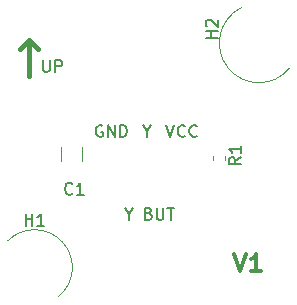
<source format=gto>
%TF.GenerationSoftware,KiCad,Pcbnew,(5.1.6)-1*%
%TF.CreationDate,2020-06-08T02:26:39-04:00*%
%TF.ProjectId,ANALOG_STICK_BREAKOUT,414e414c-4f47-45f5-9354-49434b5f4252,rev?*%
%TF.SameCoordinates,Original*%
%TF.FileFunction,Legend,Top*%
%TF.FilePolarity,Positive*%
%FSLAX46Y46*%
G04 Gerber Fmt 4.6, Leading zero omitted, Abs format (unit mm)*
G04 Created by KiCad (PCBNEW (5.1.6)-1) date 2020-06-08 02:26:39*
%MOMM*%
%LPD*%
G01*
G04 APERTURE LIST*
%ADD10C,0.300000*%
%ADD11C,0.120000*%
%ADD12C,0.150000*%
%ADD13C,0.400000*%
G04 APERTURE END LIST*
D10*
X117421714Y-93322571D02*
X117921714Y-94822571D01*
X118421714Y-93322571D01*
X119707428Y-94822571D02*
X118850285Y-94822571D01*
X119278857Y-94822571D02*
X119278857Y-93322571D01*
X119136000Y-93536857D01*
X118993142Y-93679714D01*
X118850285Y-93751142D01*
D11*
X122119113Y-77595291D02*
G75*
G02*
X118000001Y-72500001I-2619113J2095291D01*
G01*
X98236155Y-92236154D02*
G75*
G02*
X102499999Y-96999999I2263845J-2263846D01*
G01*
D12*
X110166666Y-89928571D02*
X110309523Y-89976190D01*
X110357142Y-90023809D01*
X110404761Y-90119047D01*
X110404761Y-90261904D01*
X110357142Y-90357142D01*
X110309523Y-90404761D01*
X110214285Y-90452380D01*
X109833333Y-90452380D01*
X109833333Y-89452380D01*
X110166666Y-89452380D01*
X110261904Y-89500000D01*
X110309523Y-89547619D01*
X110357142Y-89642857D01*
X110357142Y-89738095D01*
X110309523Y-89833333D01*
X110261904Y-89880952D01*
X110166666Y-89928571D01*
X109833333Y-89928571D01*
X110833333Y-89452380D02*
X110833333Y-90261904D01*
X110880952Y-90357142D01*
X110928571Y-90404761D01*
X111023809Y-90452380D01*
X111214285Y-90452380D01*
X111309523Y-90404761D01*
X111357142Y-90357142D01*
X111404761Y-90261904D01*
X111404761Y-89452380D01*
X111738095Y-89452380D02*
X112309523Y-89452380D01*
X112023809Y-90452380D02*
X112023809Y-89452380D01*
X108500000Y-89976190D02*
X108500000Y-90452380D01*
X108166666Y-89452380D02*
X108500000Y-89976190D01*
X108833333Y-89452380D01*
X111666666Y-82452380D02*
X112000000Y-83452380D01*
X112333333Y-82452380D01*
X113238095Y-83357142D02*
X113190476Y-83404761D01*
X113047619Y-83452380D01*
X112952380Y-83452380D01*
X112809523Y-83404761D01*
X112714285Y-83309523D01*
X112666666Y-83214285D01*
X112619047Y-83023809D01*
X112619047Y-82880952D01*
X112666666Y-82690476D01*
X112714285Y-82595238D01*
X112809523Y-82500000D01*
X112952380Y-82452380D01*
X113047619Y-82452380D01*
X113190476Y-82500000D01*
X113238095Y-82547619D01*
X114238095Y-83357142D02*
X114190476Y-83404761D01*
X114047619Y-83452380D01*
X113952380Y-83452380D01*
X113809523Y-83404761D01*
X113714285Y-83309523D01*
X113666666Y-83214285D01*
X113619047Y-83023809D01*
X113619047Y-82880952D01*
X113666666Y-82690476D01*
X113714285Y-82595238D01*
X113809523Y-82500000D01*
X113952380Y-82452380D01*
X114047619Y-82452380D01*
X114190476Y-82500000D01*
X114238095Y-82547619D01*
X110000000Y-82976190D02*
X110000000Y-83452380D01*
X109666666Y-82452380D02*
X110000000Y-82976190D01*
X110333333Y-82452380D01*
X106238095Y-82500000D02*
X106142857Y-82452380D01*
X106000000Y-82452380D01*
X105857142Y-82500000D01*
X105761904Y-82595238D01*
X105714285Y-82690476D01*
X105666666Y-82880952D01*
X105666666Y-83023809D01*
X105714285Y-83214285D01*
X105761904Y-83309523D01*
X105857142Y-83404761D01*
X106000000Y-83452380D01*
X106095238Y-83452380D01*
X106238095Y-83404761D01*
X106285714Y-83357142D01*
X106285714Y-83023809D01*
X106095238Y-83023809D01*
X106714285Y-83452380D02*
X106714285Y-82452380D01*
X107285714Y-83452380D01*
X107285714Y-82452380D01*
X107761904Y-83452380D02*
X107761904Y-82452380D01*
X108000000Y-82452380D01*
X108142857Y-82500000D01*
X108238095Y-82595238D01*
X108285714Y-82690476D01*
X108333333Y-82880952D01*
X108333333Y-83023809D01*
X108285714Y-83214285D01*
X108238095Y-83309523D01*
X108142857Y-83404761D01*
X108000000Y-83452380D01*
X107761904Y-83452380D01*
D13*
X100000000Y-78309523D02*
X100000000Y-75261904D01*
X99238095Y-76023809D02*
X100000000Y-75261904D01*
X100761904Y-76023809D01*
D12*
X101214285Y-76952380D02*
X101214285Y-77761904D01*
X101261904Y-77857142D01*
X101309523Y-77904761D01*
X101404761Y-77952380D01*
X101595238Y-77952380D01*
X101690476Y-77904761D01*
X101738095Y-77857142D01*
X101785714Y-77761904D01*
X101785714Y-76952380D01*
X102261904Y-77952380D02*
X102261904Y-76952380D01*
X102642857Y-76952380D01*
X102738095Y-77000000D01*
X102785714Y-77047619D01*
X102833333Y-77142857D01*
X102833333Y-77285714D01*
X102785714Y-77380952D01*
X102738095Y-77428571D01*
X102642857Y-77476190D01*
X102261904Y-77476190D01*
D11*
%TO.C,R1*%
X115586000Y-85091221D02*
X115586000Y-85416779D01*
X116606000Y-85091221D02*
X116606000Y-85416779D01*
%TO.C,C1*%
X102740000Y-84321736D02*
X102740000Y-85525864D01*
X104560000Y-84321736D02*
X104560000Y-85525864D01*
%TO.C,R1*%
D12*
X117952380Y-85166666D02*
X117476190Y-85500000D01*
X117952380Y-85738095D02*
X116952380Y-85738095D01*
X116952380Y-85357142D01*
X117000000Y-85261904D01*
X117047619Y-85214285D01*
X117142857Y-85166666D01*
X117285714Y-85166666D01*
X117380952Y-85214285D01*
X117428571Y-85261904D01*
X117476190Y-85357142D01*
X117476190Y-85738095D01*
X117952380Y-84214285D02*
X117952380Y-84785714D01*
X117952380Y-84500000D02*
X116952380Y-84500000D01*
X117095238Y-84595238D01*
X117190476Y-84690476D01*
X117238095Y-84785714D01*
%TO.C,H2*%
X116000380Y-75085904D02*
X115000380Y-75085904D01*
X115476571Y-75085904D02*
X115476571Y-74514476D01*
X116000380Y-74514476D02*
X115000380Y-74514476D01*
X115095619Y-74085904D02*
X115048000Y-74038285D01*
X115000380Y-73943047D01*
X115000380Y-73704952D01*
X115048000Y-73609714D01*
X115095619Y-73562095D01*
X115190857Y-73514476D01*
X115286095Y-73514476D01*
X115428952Y-73562095D01*
X116000380Y-74133523D01*
X116000380Y-73514476D01*
%TO.C,H1*%
X99738095Y-90952380D02*
X99738095Y-89952380D01*
X99738095Y-90428571D02*
X100309523Y-90428571D01*
X100309523Y-90952380D02*
X100309523Y-89952380D01*
X101309523Y-90952380D02*
X100738095Y-90952380D01*
X101023809Y-90952380D02*
X101023809Y-89952380D01*
X100928571Y-90095238D01*
X100833333Y-90190476D01*
X100738095Y-90238095D01*
%TO.C,C1*%
X103695289Y-88230789D02*
X103647670Y-88278408D01*
X103504813Y-88326027D01*
X103409575Y-88326027D01*
X103266717Y-88278408D01*
X103171479Y-88183170D01*
X103123860Y-88087932D01*
X103076241Y-87897456D01*
X103076241Y-87754599D01*
X103123860Y-87564123D01*
X103171479Y-87468885D01*
X103266717Y-87373647D01*
X103409575Y-87326027D01*
X103504813Y-87326027D01*
X103647670Y-87373647D01*
X103695289Y-87421266D01*
X104647670Y-88326027D02*
X104076241Y-88326027D01*
X104361956Y-88326027D02*
X104361956Y-87326027D01*
X104266717Y-87468885D01*
X104171479Y-87564123D01*
X104076241Y-87611742D01*
%TD*%
M02*

</source>
